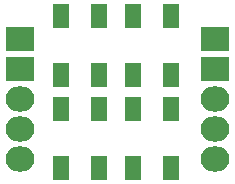
<source format=gbr>
G04 #@! TF.FileFunction,Soldermask,Top*
%FSLAX46Y46*%
G04 Gerber Fmt 4.6, Leading zero omitted, Abs format (unit mm)*
G04 Created by KiCad (PCBNEW 4.0.1-stable) date 11/5/2016 5:28:01 PM*
%MOMM*%
G01*
G04 APERTURE LIST*
%ADD10C,0.100000*%
%ADD11R,1.400000X2.000000*%
%ADD12R,2.432000X2.127200*%
%ADD13O,2.432000X2.127200*%
G04 APERTURE END LIST*
D10*
D11*
X150190000Y-98338000D03*
X146990000Y-98338000D03*
X150190000Y-103338000D03*
X146990000Y-103338000D03*
X144094000Y-98338000D03*
X140894000Y-98338000D03*
X144094000Y-103338000D03*
X140894000Y-103338000D03*
X144094000Y-106212000D03*
X140894000Y-106212000D03*
X144094000Y-111212000D03*
X140894000Y-111212000D03*
X150190000Y-106212000D03*
X146990000Y-106212000D03*
X150190000Y-111212000D03*
X146990000Y-111212000D03*
D12*
X137414000Y-100330000D03*
X137414000Y-102870000D03*
D13*
X137414000Y-105410000D03*
X137414000Y-107950000D03*
X137414000Y-110490000D03*
D12*
X153924000Y-100330000D03*
X153924000Y-102870000D03*
D13*
X153924000Y-105410000D03*
X153924000Y-107950000D03*
X153924000Y-110490000D03*
M02*

</source>
